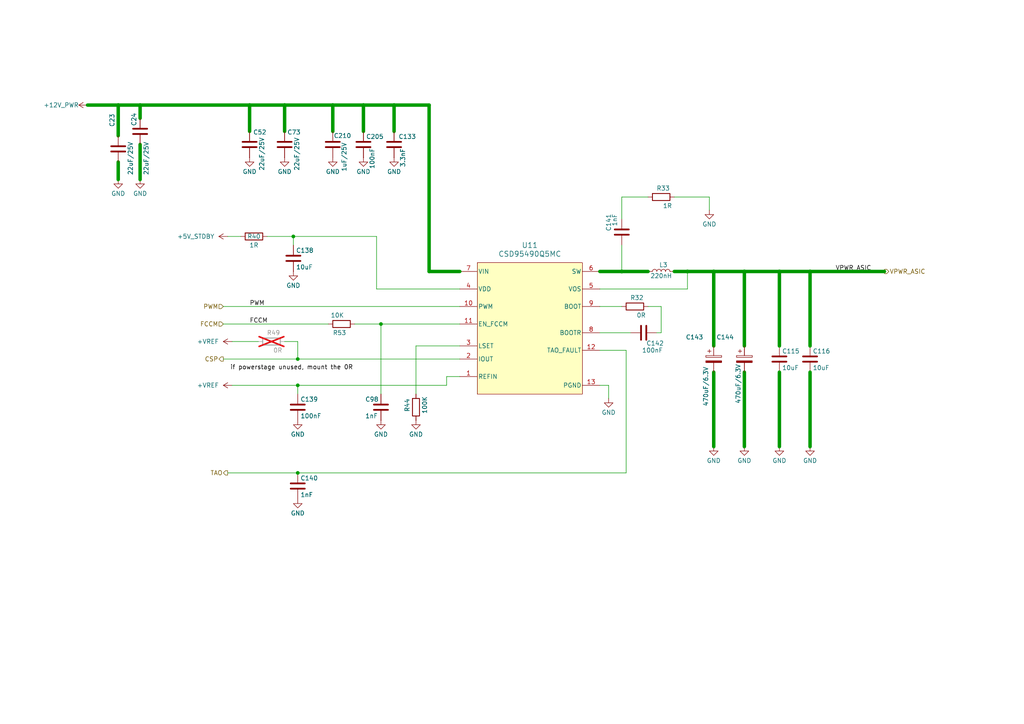
<source format=kicad_sch>
(kicad_sch (version 20231120) (generator "eeschema") (generator_version "8.0")
  (paper "A4")
  (lib_symbols
    (symbol "Device:C" (pin_numbers hide) (pin_names (offset 0.254))
      (property "Reference" "C" (at 0.635 2.54 0))
      (property "Value" "C" (at 0.635 -2.54 0))
      (symbol "C_0_1"
        (polyline (pts (xy -2.032 -0.762) (xy 2.032 -0.762)) (stroke (width 0.508)))
        (polyline (pts (xy -2.032 0.762) (xy 2.032 0.762)) (stroke (width 0.508)))
      )
      (symbol "C_1_1"
        (pin passive line (at 0 3.81 270) (length 2.794) (name "~") (number "1"))
        (pin passive line (at 0 -3.81 90) (length 2.794) (name "~") (number "2"))
      )
    )
    (symbol "Device:C_Polarized" (pin_numbers hide) (pin_names (offset 0.254))
      (property "Reference" "C" (at 0.635 2.54 0))
      (property "Value" "C_Polarized" (at 0.635 -2.54 0))
      (symbol "C_Polarized_0_1"
        (rectangle (start -2.286 0.508) (end 2.286 1.016))
        (polyline (pts (xy -1.778 2.286) (xy -0.762 2.286)))
        (polyline (pts (xy -1.27 2.794) (xy -1.27 1.778)))
        (rectangle (start 2.286 -0.508) (end -2.286 -1.016) (fill (type outline)))
      )
      (symbol "C_Polarized_1_1"
        (pin passive line (at 0 3.81 270) (length 2.794) (name "~") (number "1"))
        (pin passive line (at 0 -3.81 90) (length 2.794) (name "~") (number "2"))
      )
    )
    (symbol "Device:L" (pin_numbers hide) (pin_names (offset 1.016) hide)
      (property "Reference" "L" (at -1.27 0 90))
      (property "Value" "L" (at 1.905 0 90))
      (symbol "L_0_1"
        (arc (start 0 -2.54) (mid 0.6323 -1.905) (end 0 -1.27))
        (arc (start 0 -1.27) (mid 0.6323 -0.635) (end 0 0))
        (arc (start 0 0) (mid 0.6323 0.635) (end 0 1.27))
        (arc (start 0 1.27) (mid 0.6323 1.905) (end 0 2.54))
      )
      (symbol "L_1_1"
        (pin passive line (at 0 3.81 270) (length 1.27) (name "1") (number "1"))
        (pin passive line (at 0 -3.81 90) (length 1.27) (name "2") (number "2"))
      )
    )
    (symbol "Device:R" (pin_numbers hide) (pin_names (offset 0))
      (property "Reference" "R" (at 2.032 0 90))
      (property "Value" "R" (at 0 0 90))
      (symbol "R_0_1"
        (rectangle (start -1.016 -2.54) (end 1.016 2.54) (stroke (width 0.254)))
      )
      (symbol "R_1_1"
        (pin passive line (at 0 3.81 270) (length 1.27) (name "~") (number "1"))
        (pin passive line (at 0 -3.81 90) (length 1.27) (name "~") (number "2"))
      )
    )
    (symbol "EKO_Miner:CSD95490Q5MC" (pin_names (offset 0.254))
      (property "Reference" "U" (at -6.096 24.638 0))
      (property "Value" "CSD95490Q5MC" (at -6.096 22.098 0))
      (symbol "CSD95490Q5MC_0_1"
        (pin input line (at -20.32 -15.24 0) (length 5.08) (name "REFIN") (number "1"))
        (pin input line (at -20.32 5.08 0) (length 5.08) (name "PWM") (number "10"))
        (pin input line (at -20.32 0 0) (length 5.08) (name "EN_FCCM") (number "11"))
        (pin output line (at 20.32 -7.62 180) (length 5.08) (name "TAO_FAULT") (number "12"))
        (pin power_in line (at 20.32 -17.78 180) (length 5.08) (name "PGND") (number "13"))
        (pin output line (at -20.32 -10.16 0) (length 5.08) (name "IOUT") (number "2"))
        (pin input line (at -20.32 -6.35 0) (length 5.08) (name "LSET") (number "3"))
        (pin power_in line (at -20.32 10.16 0) (length 5.08) (name "VDD") (number "4"))
        (pin power_in line (at 20.32 10.16 180) (length 5.08) (name "VOS") (number "5"))
        (pin power_in line (at 20.32 15.24 180) (length 5.08) (name "SW") (number "6"))
        (pin power_in line (at -20.32 15.24 0) (length 5.08) (name "VIN") (number "7"))
        (pin unspecified line (at 20.32 -2.54 180) (length 5.08) (name "BOOTR") (number "8"))
        (pin unspecified line (at 20.32 5.08 180) (length 5.08) (name "BOOT") (number "9"))
      )
      (symbol "CSD95490Q5MC_1_1"
        (rectangle (start -15.24 17.78) (end 15.24 -20.32) (fill (type background)))
      )
    )
    (symbol "mylib7:+VRef" (power) (pin_names (offset 0))
      (property "Value" "+VRef" (at 0 3.556 0))
      (symbol "+VRef_0_1"
        (polyline (pts (xy -0.762 1.27) (xy 0 2.54)))
        (polyline (pts (xy 0 0) (xy 0 2.54)))
        (polyline (pts (xy 0 2.54) (xy 0.762 1.27)))
      )
      (symbol "+VRef_1_1"
        (pin power_in line (at 0 0 90) (length 0) hide (name "+VRef") (number "1"))
      )
    )
    (symbol "power:+3.3V" (power) (pin_names (offset 0))
      (property "Value" "+3.3V" (at 0 3.556 0))
      (symbol "+3.3V_0_1"
        (polyline (pts (xy -0.762 1.27) (xy 0 2.54)))
        (polyline (pts (xy 0 0) (xy 0 2.54)))
        (polyline (pts (xy 0 2.54) (xy 0.762 1.27)))
      )
      (symbol "+3.3V_1_1"
        (pin power_in line (at 0 0 90) (length 0) hide (name "+3.3V") (number "1"))
      )
    )
    (symbol "power:GND" (power) (pin_numbers hide) (pin_names (offset 0) hide)
      (property "Value" "GND" (at 0 -3.81 0))
      (symbol "GND_0_1"
        (polyline (pts (xy 0 0) (xy 0 -1.27) (xy 1.27 -1.27) (xy 0 -2.54) (xy -1.27 -1.27) (xy 0 -1.27)))
      )
      (symbol "GND_1_1"
        (pin power_in line (at 0 0 270) (length 0) (name "~") (number "1"))
      )
    )
  )
  (junction (at 72.39 30.48))
  (junction (at 226.06 78.74))
  (junction (at 105.41 30.48))
  (junction (at 96.52 30.48))
  (junction (at 110.49 93.98))
  (junction (at 86.36 137.16))
  (junction (at 86.36 111.76))
  (junction (at 86.36 104.14))
  (junction (at 34.29 30.48))
  (junction (at 40.64 30.48))
  (junction (at 234.95 78.74))
  (junction (at 199.39 78.74))
  (junction (at 114.3 30.48))
  (junction (at 85.09 68.58))
  (junction (at 215.9 78.74))
  (junction (at 180.34 78.74))
  (junction (at 207.01 78.74))
  (junction (at 82.55 30.48))
  (wire (pts (xy 34.29 30.48) (xy 34.29 39.37)) (stroke (width 1)))
  (wire (pts (xy 195.58 78.74) (xy 199.39 78.74)) (stroke (width 1)))
  (wire (pts (xy 72.39 38.1) (xy 72.39 30.48)) (stroke (width 1)))
  (wire (pts (xy 207.01 78.74) (xy 215.9 78.74)) (stroke (width 1)))
  (wire (pts (xy 85.09 68.58) (xy 85.09 71.12)))
  (wire (pts (xy 226.06 107.95) (xy 226.06 129.54)) (stroke (width 1)))
  (wire (pts (xy 114.3 30.48) (xy 124.46 30.48)) (stroke (width 1)))
  (wire (pts (xy 173.99 111.76) (xy 176.53 111.76)))
  (wire (pts (xy 66.04 137.16) (xy 86.36 137.16)))
  (wire (pts (xy 96.52 30.48) (xy 105.41 30.48)))
  (wire (pts (xy 129.54 109.22) (xy 133.35 109.22)))
  (wire (pts (xy 180.34 71.12) (xy 180.34 78.74)))
  (wire (pts (xy 64.77 104.14) (xy 86.36 104.14)))
  (wire (pts (xy 82.55 99.06) (xy 86.36 99.06)))
  (wire (pts (xy 114.3 38.1) (xy 114.3 30.48)) (stroke (width 1)))
  (wire (pts (xy 109.22 83.82) (xy 133.35 83.82)))
  (wire (pts (xy 191.77 88.9) (xy 191.77 96.52)))
  (wire (pts (xy 207.01 107.95) (xy 207.01 129.54)) (stroke (width 1)))
  (wire (pts (xy 226.06 78.74) (xy 234.95 78.74)) (stroke (width 1)))
  (wire (pts (xy 82.55 38.1) (xy 82.55 30.48)) (stroke (width 1)))
  (wire (pts (xy 109.22 68.58) (xy 109.22 83.82)))
  (wire (pts (xy 34.29 30.48) (xy 40.64 30.48)) (stroke (width 1)))
  (wire (pts (xy 67.31 99.06) (xy 74.93 99.06)))
  (wire (pts (xy 180.34 78.74) (xy 187.96 78.74)) (stroke (width 1)))
  (wire (pts (xy 66.04 68.58) (xy 69.85 68.58)))
  (wire (pts (xy 120.65 100.33) (xy 133.35 100.33)))
  (wire (pts (xy 190.5 96.52) (xy 191.77 96.52)))
  (wire (pts (xy 180.34 57.15) (xy 187.96 57.15)))
  (wire (pts (xy 40.64 30.48) (xy 40.64 34.29)) (stroke (width 1)))
  (wire (pts (xy 67.31 111.76) (xy 86.36 111.76)))
  (wire (pts (xy 181.61 101.6) (xy 181.61 137.16)))
  (wire (pts (xy 86.36 137.16) (xy 181.61 137.16)))
  (wire (pts (xy 102.87 93.98) (xy 110.49 93.98)))
  (wire (pts (xy 234.95 78.74) (xy 256.54 78.74)) (stroke (width 1)))
  (wire (pts (xy 205.74 57.15) (xy 205.74 60.96)))
  (wire (pts (xy 64.77 93.98) (xy 95.25 93.98)))
  (wire (pts (xy 77.47 68.58) (xy 85.09 68.58)))
  (wire (pts (xy 226.06 78.74) (xy 226.06 100.33)) (stroke (width 1)))
  (wire (pts (xy 86.36 99.06) (xy 86.36 104.14)))
  (wire (pts (xy 199.39 83.82) (xy 199.39 78.74)))
  (wire (pts (xy 110.49 93.98) (xy 133.35 93.98)))
  (wire (pts (xy 124.46 30.48) (xy 124.46 78.74)) (stroke (width 1)))
  (wire (pts (xy 40.64 30.48) (xy 72.39 30.48)) (stroke (width 1)))
  (wire (pts (xy 34.29 46.99) (xy 34.29 52.07)) (stroke (width 1)))
  (wire (pts (xy 82.55 30.48) (xy 96.52 30.48)) (stroke (width 1)))
  (wire (pts (xy 199.39 78.74) (xy 207.01 78.74)) (stroke (width 1)))
  (wire (pts (xy 72.39 30.48) (xy 82.55 30.48)) (stroke (width 1)))
  (wire (pts (xy 96.52 30.48) (xy 105.41 30.48)) (stroke (width 1)))
  (wire (pts (xy 173.99 96.52) (xy 182.88 96.52)))
  (wire (pts (xy 72.39 30.48) (xy 74.93 30.48)))
  (wire (pts (xy 110.49 93.98) (xy 110.49 114.3)))
  (wire (pts (xy 86.36 111.76) (xy 129.54 111.76)))
  (wire (pts (xy 234.95 78.74) (xy 234.95 100.33)) (stroke (width 1)))
  (wire (pts (xy 64.77 88.9) (xy 133.35 88.9)))
  (wire (pts (xy 195.58 57.15) (xy 205.74 57.15)))
  (wire (pts (xy 215.9 78.74) (xy 226.06 78.74)) (stroke (width 1)))
  (wire (pts (xy 234.95 107.95) (xy 234.95 129.54)) (stroke (width 1)))
  (wire (pts (xy 25.4 30.48) (xy 34.29 30.48)) (stroke (width 1)))
  (wire (pts (xy 173.99 101.6) (xy 181.61 101.6)))
  (wire (pts (xy 86.36 104.14) (xy 133.35 104.14)))
  (wire (pts (xy 105.41 30.48) (xy 114.3 30.48)) (stroke (width 1)))
  (wire (pts (xy 176.53 111.76) (xy 176.53 115.57)))
  (wire (pts (xy 105.41 38.1) (xy 105.41 30.48)) (stroke (width 1)))
  (wire (pts (xy 180.34 63.5) (xy 180.34 57.15)))
  (wire (pts (xy 124.46 78.74) (xy 133.35 78.74)) (stroke (width 1)))
  (wire (pts (xy 173.99 78.74) (xy 180.34 78.74)) (stroke (width 1)))
  (wire (pts (xy 173.99 88.9) (xy 180.34 88.9)))
  (wire (pts (xy 215.9 107.95) (xy 215.9 129.54)) (stroke (width 1)))
  (wire (pts (xy 86.36 111.76) (xy 86.36 114.3)))
  (wire (pts (xy 187.96 88.9) (xy 191.77 88.9)))
  (wire (pts (xy 173.99 83.82) (xy 199.39 83.82)))
  (wire (pts (xy 96.52 38.1) (xy 96.52 30.48)) (stroke (width 1)))
  (wire (pts (xy 120.65 114.3) (xy 120.65 100.33)))
  (wire (pts (xy 40.64 41.91) (xy 40.64 52.07)) (stroke (width 1)))
  (wire (pts (xy 129.54 111.76) (xy 129.54 109.22)))
  (wire (pts (xy 207.01 78.74) (xy 207.01 100.33)) (stroke (width 1)))
  (wire (pts (xy 85.09 68.58) (xy 109.22 68.58)))
  (wire (pts (xy 215.9 78.74) (xy 215.9 100.33)) (stroke (width 1)))
  (wire (pts (xy 85.09 30.48) (xy 82.55 30.48)))
  (text "if powerstage unused, mount the 0R" (at 84.582 106.68 0) (effects (font (size 1.27 1.27))))
  (label "PWM" (at 72.39 88.9 0))
  (label "FCCM" (at 72.39 93.98 0))
  (label "VPWR_ASIC" (at 252.73 78.74 180))
  (hierarchical_label "CSP" (shape output) (at 64.77 104.14 180))
  (hierarchical_label "VPWR_ASIC" (shape output) (at 256.54 78.74 0))
  (hierarchical_label "TAO" (shape output) (at 66.04 137.16 180))
  (hierarchical_label "FCCM" (shape input) (at 64.77 93.98 180))
  (hierarchical_label "PWM" (shape input) (at 64.77 88.9 180))
  (symbol (lib_id "power:GND") (at 215.9 129.54 0) (unit 1)
    (property "Reference" "#PWR0176" (effects (hide yes)))
    (property "Value" "GND" (at 215.9 133.604 0))
    (property "Description" "Power symbol creates a global label with name \"GND\" , ground" (effects (hide yes)))
    (instances (project "EKO_Miner_BM1366-13xx_16-01B" (path "" (reference "#PWR0176") (unit 1)) (path "" (reference "#PWR0193") (unit 1)) (path "" (reference "#PWR0142") (unit 1)) (path "" (reference "#PWR0210") (unit 1)) (path "" (reference "#PWR0159") (unit 1))))
  )
  (symbol (lib_id "power:GND") (at 82.55 45.72 0) (unit 1)
    (property "Reference" "#PWR0229" (effects (hide yes)))
    (property "Value" "GND" (at 82.55 49.784 0))
    (property "Description" "Power symbol creates a global label with name \"GND\" , ground" (effects (hide yes)))
    (instances (project "EKO_Miner_PowerBoard-53667" (path "" (reference "#PWR0229") (unit 1)) (path "" (reference "#PWR0230") (unit 1)) (path "" (reference "#PWR0227") (unit 1)) (path "" (reference "#PWR0231") (unit 1)) (path "" (reference "#PWR0228") (unit 1))))
  )
  (symbol (lib_id "power:GND") (at 34.29 52.07 0) (unit 1)
    (property "Reference" "#PWR0212" (effects (hide yes)))
    (property "Value" "GND" (at 34.29 56.134 0))
    (property "Description" "Power symbol creates a global label with name \"GND\" , ground" (effects (hide yes)))
    (instances (project "EKO_Miner_PowerBoard-53667" (path "" (reference "#PWR0212") (unit 1)) (path "" (reference "#PWR0213") (unit 1)) (path "" (reference "#PWR0203") (unit 1)) (path "" (reference "#PWR0214") (unit 1)) (path "" (reference "#PWR0211") (unit 1))))
  )
  (symbol (lib_id "Device:C") (at 72.39 41.91 0) (unit 1)
    (property "Reference" "C52" (at 73.406 38.354 0) (effects (justify left)))
    (property "Value" "22uF/25V" (at 75.946 49.53 90) (effects (justify left)))
    (property "Footprint" "Capacitor_SMD:C_1210_3225Metric" (effects (hide yes)))
    (property "DK" "GRM32ER61E226KE15L" (effects (hide yes)))
    (property "P/N MOUSER" "81-GRM32ER61E226KE15" (effects (hide yes)))
    (instances (project "EKO_Miner_PowerBoard-53667" (path "" (reference "C52") (unit 1)) (path "" (reference "C54") (unit 1)) (path "" (reference "C1") (unit 1)) (path "" (reference "C57") (unit 1)) (path "" (reference "C2") (unit 1))))
  )
  (symbol (lib_id "Device:R") (at 73.66 68.58 90) (mirror x) (unit 1)
    (property "Reference" "R40" (at 73.66 68.58 90))
    (property "Value" "1R" (at 73.66 71.12 90))
    (property "Footprint" "Resistor_SMD:R_0805_2012Metric" (effects (hide yes)))
    (property "Description" "Resistor" (effects (hide yes)))
    (property "P/N MOUSER" "791-WR08W1R00FTL" (effects (hide yes)))
    (instances (project "EKO_Miner_PowerBoard-53667" (path "" (reference "R40") (unit 1)) (path "" (reference "R41") (unit 1)) (path "" (reference "R38") (unit 1)) (path "" (reference "R42") (unit 1)) (path "" (reference "R39") (unit 1))))
  )
  (symbol (lib_id "power:GND") (at 72.39 45.72 0) (unit 1)
    (property "Reference" "#PWR0234" (effects (hide yes)))
    (property "Value" "GND" (at 72.39 49.784 0))
    (property "Description" "Power symbol creates a global label with name \"GND\" , ground" (effects (hide yes)))
    (instances (project "EKO_Miner_PowerBoard-53667" (path "" (reference "#PWR0234") (unit 1)) (path "" (reference "#PWR0235") (unit 1)) (path "" (reference "#PWR0232") (unit 1)) (path "" (reference "#PWR0236") (unit 1)) (path "" (reference "#PWR0233") (unit 1))))
  )
  (symbol (lib_id "power:GND") (at 40.64 52.07 0) (unit 1)
    (property "Reference" "#PWR0200" (effects (hide yes)))
    (property "Value" "GND" (at 40.64 56.134 0))
    (property "Description" "Power symbol creates a global label with name \"GND\" , ground" (effects (hide yes)))
    (instances (project "EKO_Miner_PowerBoard-53667" (path "" (reference "#PWR0200") (unit 1)) (path "" (reference "#PWR0201") (unit 1)) (path "" (reference "#PWR0198") (unit 1)) (path "" (reference "#PWR0202") (unit 1)) (path "" (reference "#PWR0199") (unit 1))))
  )
  (symbol (lib_id "Device:C") (at 82.55 41.91 0) (unit 1)
    (property "Reference" "C73" (at 83.312 38.354 0) (effects (justify left)))
    (property "Value" "22uF/25V" (at 86.106 49.53 90) (effects (justify left)))
    (property "Footprint" "Capacitor_SMD:C_1210_3225Metric" (effects (hide yes)))
    (property "DK" "GRM32ER61E226KE15L" (effects (hide yes)))
    (property "P/N MOUSER" "81-GRM32ER61E226KE15" (effects (hide yes)))
    (instances (project "EKO_Miner_PowerBoard-53667" (path "" (reference "C73") (unit 1)) (path "" (reference "C191") (unit 1)) (path "" (reference "C59") (unit 1)) (path "" (reference "C192") (unit 1)) (path "" (reference "C66") (unit 1))))
  )
  (symbol (lib_id "Device:R") (at 99.06 93.98 90) (unit 1)
    (property "Reference" "R53" (at 96.52 96.52 90) (effects (justify right)))
    (property "Value" "10K" (at 95.885 91.44 90) (effects (justify right)))
    (property "Footprint" "Resistor_SMD:R_0805_2012Metric" (effects (hide yes)))
    (property "Description" "Resistor" (effects (hide yes)))
    (property "Distributor" "D" (effects (hide yes)))
    (instances (project "EKO_Miner_PowerBoard-53667" (path "" (reference "R53") (unit 1)) (path "" (reference "R54") (unit 1)) (path "" (reference "R18") (unit 1)) (path "" (reference "R55") (unit 1)) (path "" (reference "R52") (unit 1))))
  )
  (symbol (lib_id "mylib7:+VRef") (at 67.31 111.76 90) (unit 1)
    (property "Reference" "#PWR0262" (effects (hide yes)))
    (property "Value" "+VREF" (at 63.5 111.7599 90) (effects (justify left)))
    (property "Description" "Power symbol creates a global label with name \"+3.3V\"" (effects (hide yes)))
    (instances (project "EKO_Miner_PowerBoard-53667" (path "" (reference "#PWR0262") (unit 1)) (path "" (reference "#PWR0263") (unit 1)) (path "" (reference "#PWR0260") (unit 1)) (path "" (reference "#PWR0264") (unit 1)) (path "" (reference "#PWR0261") (unit 1))))
  )
  (symbol (lib_id "Device:C_Polarized") (at 215.9 104.14 0) (unit 1)
    (property "Reference" "C144" (at 207.772 97.79 0) (effects (justify left)))
    (property "Value" "470uF/6.3V" (at 214.122 117.094 90) (effects (justify left)))
    (property "Footprint" "Capacitor_Tantalum_SMD:CP_EIA-7343-31_Kemet-D_Pad2.25x2.55mm_HandSolder" (effects (hide yes)))
    (property "DK" "718-1028-1-ND" (effects (hide yes)))
    (property "PARTNO" "293D337X9010E2TE3" (effects (hide yes)))
    (property "P/N MOUSER" "581-TAJD477M006R" (effects (hide yes)))
    (instances (project "EKO_Miner_BM1366-13xx_16-01B" (path "" (reference "C144") (unit 1)) (path "" (reference "C161") (unit 1)) (path "" (reference "C110") (unit 1)) (path "" (reference "C178") (unit 1)) (path "" (reference "C127") (unit 1))))
  )
  (symbol (lib_id "power:GND") (at 86.36 144.78 0) (unit 1)
    (property "Reference" "#PWR0172" (effects (hide yes)))
    (property "Value" "GND" (at 86.36 148.844 0))
    (property "Description" "Power symbol creates a global label with name \"GND\" , ground" (effects (hide yes)))
    (instances (project "EKO_Miner_BM1366-13xx_16-01B" (path "" (reference "#PWR0172") (unit 1)) (path "" (reference "#PWR0189") (unit 1)) (path "" (reference "#PWR0138") (unit 1)) (path "" (reference "#PWR0206") (unit 1)) (path "" (reference "#PWR0155") (unit 1))))
  )
  (symbol (lib_id "power:GND") (at 207.01 129.54 0) (unit 1)
    (property "Reference" "#PWR0175" (effects (hide yes)))
    (property "Value" "GND" (at 207.01 133.604 0))
    (property "Description" "Power symbol creates a global label with name \"GND\" , ground" (effects (hide yes)))
    (instances (project "EKO_Miner_BM1366-13xx_16-01B" (path "" (reference "#PWR0175") (unit 1)) (path "" (reference "#PWR0192") (unit 1)) (path "" (reference "#PWR0141") (unit 1)) (path "" (reference "#PWR0209") (unit 1)) (path "" (reference "#PWR0158") (unit 1))))
  )
  (symbol (lib_id "power:GND") (at 110.49 121.92 0) (unit 1)
    (property "Reference" "#PWR0160" (effects (hide yes)))
    (property "Value" "GND" (at 110.49 125.984 0))
    (property "Description" "Power symbol creates a global label with name \"GND\" , ground" (effects (hide yes)))
    (instances (project "EKO_Miner_PowerBoard-53667" (path "" (reference "#PWR0160") (unit 1)) (path "" (reference "#PWR0161") (unit 1)) (path "" (reference "#PWR0151") (unit 1)) (path "" (reference "#PWR0162") (unit 1)) (path "" (reference "#PWR0152") (unit 1))))
  )
  (symbol (lib_id "Device:C") (at 40.64 38.1 0) (unit 1)
    (property "Reference" "C24" (at 38.862 36.576 90) (effects (justify left)))
    (property "Value" "22uF/25V" (at 42.418 50.8 90) (effects (justify left)))
    (property "Footprint" "Capacitor_SMD:C_1210_3225Metric" (effects (hide yes)))
    (property "DK" "GRM32ER61E226KE15L" (effects (hide yes)))
    (property "P/N MOUSER" "81-GRM32ER61E226KE15" (effects (hide yes)))
    (instances (project "EKO_Miner_PowerBoard-53667" (path "" (reference "C24") (unit 1)) (path "" (reference "C29") (unit 1)) (path "" (reference "C26") (unit 1)) (path "" (reference "C35") (unit 1)) (path "" (reference "C15") (unit 1))))
  )
  (symbol (lib_id "power:GND") (at 85.09 78.74 0) (unit 1)
    (property "Reference" "#PWR0170" (effects (hide yes)))
    (property "Value" "GND" (at 85.09 82.804 0))
    (property "Description" "Power symbol creates a global label with name \"GND\" , ground" (effects (hide yes)))
    (instances (project "EKO_Miner_BM1366-13xx_16-01B" (path "" (reference "#PWR0170") (unit 1)) (path "" (reference "#PWR0187") (unit 1)) (path "" (reference "#PWR0136") (unit 1)) (path "" (reference "#PWR0204") (unit 1)) (path "" (reference "#PWR0153") (unit 1))))
  )
  (symbol (lib_id "Device:C") (at 86.36 140.97 0) (unit 1)
    (property "Reference" "C140" (at 87.122 138.684 0) (effects (justify left)))
    (property "Value" "1nF" (at 87.122 143.51 0) (effects (justify left)))
    (property "Footprint" "Capacitor_SMD:C_0805_2012Metric" (effects (hide yes)))
    (instances (project "EKO_Miner_BM1366-13xx_16-01B" (path "" (reference "C140") (unit 1)) (path "" (reference "C157") (unit 1)) (path "" (reference "C106") (unit 1)) (path "" (reference "C174") (unit 1)) (path "" (reference "C123") (unit 1))))
  )
  (symbol (lib_id "Device:C") (at 186.69 96.52 270) (unit 1)
    (property "Reference" "C142" (at 187.452 99.568 90) (effects (justify left)))
    (property "Value" "100nF" (at 186.182 101.6 90) (effects (justify left)))
    (property "Footprint" "Capacitor_SMD:C_0805_2012Metric" (effects (hide yes)))
    (property "P/N MOUSER" "791-SH21B104K101CT" (effects (hide yes)))
    (instances (project "EKO_Miner_BM1366-13xx_16-01B" (path "" (reference "C142") (unit 1)) (path "" (reference "C159") (unit 1)) (path "" (reference "C108") (unit 1)) (path "" (reference "C176") (unit 1)) (path "" (reference "C125") (unit 1))))
  )
  (symbol (lib_id "Device:R") (at 191.77 57.15 270) (unit 1)
    (property "Reference" "R33" (at 194.31 54.61 90) (effects (justify right)))
    (property "Value" "1R" (at 194.945 59.69 90) (effects (justify right)))
    (property "Footprint" "Resistor_SMD:R_0805_2012Metric" (effects (hide yes)))
    (property "Description" "Resistor" (effects (hide yes)))
    (property "Distributor" "D" (effects (hide yes)))
    (instances (project "EKO_Miner_PowerBoard-53667" (path "" (reference "R33") (unit 1)) (path "" (reference "R35") (unit 1)) (path "" (reference "R29") (unit 1)) (path "" (reference "R37") (unit 1)) (path "" (reference "R31") (unit 1))))
  )
  (symbol (lib_id "Device:R") (at 184.15 88.9 270) (unit 1)
    (property "Reference" "R32" (at 186.69 86.36 90) (effects (justify right)))
    (property "Value" "0R" (at 187.325 91.44 90) (effects (justify right)))
    (property "Footprint" "Resistor_SMD:R_0805_2012Metric" (effects (hide yes)))
    (property "Description" "Resistor" (effects (hide yes)))
    (property "Distributor" "D" (effects (hide yes)))
    (instances (project "EKO_Miner_PowerBoard-53667" (path "" (reference "R32") (unit 1)) (path "" (reference "R34") (unit 1)) (path "" (reference "R28") (unit 1)) (path "" (reference "R36") (unit 1)) (path "" (reference "R30") (unit 1))))
  )
  (symbol (lib_id "power:+3.3V") (at 25.4 30.48 90) (unit 1)
    (property "Reference" "#PWR0250" (effects (hide yes)))
    (property "Value" "+12V_PWR" (at 22.86 30.48 90) (effects (justify left)))
    (instances (project "EKO_Miner_PowerBoard-53667" (path "" (reference "#PWR0250") (unit 1)) (path "" (reference "#PWR0251") (unit 1)) (path "" (reference "#PWR0248") (unit 1)) (path "" (reference "#PWR0252") (unit 1)) (path "" (reference "#PWR0249") (unit 1))))
  )
  (symbol (lib_id "power:GND") (at 205.74 60.96 0) (unit 1)
    (property "Reference" "#PWR0174" (effects (hide yes)))
    (property "Value" "GND" (at 205.74 65.024 0))
    (property "Description" "Power symbol creates a global label with name \"GND\" , ground" (effects (hide yes)))
    (instances (project "EKO_Miner_PowerBoard-53667" (path "" (reference "#PWR0174") (unit 1)) (path "" (reference "#PWR0191") (unit 1)) (path "" (reference "#PWR0140") (unit 1)) (path "" (reference "#PWR0208") (unit 1)) (path "" (reference "#PWR0157") (unit 1))))
  )
  (symbol (lib_id "power:+3.3V") (at 66.04 68.58 90) (unit 1)
    (property "Reference" "#PWR0257" (effects (hide yes)))
    (property "Value" "+5V_STDBY" (at 62.23 68.5799 90) (effects (justify left)))
    (instances (project "EKO_Miner_PowerBoard-53667" (path "" (reference "#PWR0257") (unit 1)) (path "" (reference "#PWR0258") (unit 1)) (path "" (reference "#PWR0255") (unit 1)) (path "" (reference "#PWR0259") (unit 1)) (path "" (reference "#PWR0256") (unit 1))))
  )
  (symbol (lib_id "Device:C") (at 105.41 41.91 0) (unit 1)
    (property "Reference" "C205" (at 106.172 39.624 0) (effects (justify left)))
    (property "Value" "100nF" (at 107.95 49.022 90) (effects (justify left)))
    (property "Footprint" "Capacitor_SMD:C_0805_2012Metric" (effects (hide yes)))
    (property "P/N MOUSER" "791-SH21B104K101CT" (effects (hide yes)))
    (instances (project "EKO_Miner_PowerBoard-53667" (path "" (reference "C205") (unit 1)) (path "" (reference "C206") (unit 1)) (path "" (reference "C203") (unit 1)) (path "" (reference "C207") (unit 1)) (path "" (reference "C204") (unit 1))))
  )
  (symbol (lib_id "Device:C_Polarized") (at 207.01 104.14 0) (unit 1)
    (property "Reference" "C143" (at 198.882 97.79 0) (effects (justify left)))
    (property "Value" "470uF/6.3V" (at 204.724 117.856 90) (effects (justify left)))
    (property "Footprint" "Capacitor_Tantalum_SMD:CP_EIA-7343-31_Kemet-D_Pad2.25x2.55mm_HandSolder" (effects (hide yes)))
    (property "DK" "718-1028-1-ND" (effects (hide yes)))
    (property "PARTNO" "293D337X9010E2TE3" (effects (hide yes)))
    (property "P/N MOUSER" "581-TAJD477M006R" (effects (hide yes)))
    (instances (project "EKO_Miner_BM1366-13xx_16-01B" (path "" (reference "C143") (unit 1)) (path "" (reference "C160") (unit 1)) (path "" (reference "C109") (unit 1)) (path "" (reference "C177") (unit 1)) (path "" (reference "C126") (unit 1))))
  )
  (symbol (lib_id "Device:C") (at 85.09 74.93 0) (unit 1)
    (property "Reference" "C138" (at 85.852 72.644 0) (effects (justify left)))
    (property "Value" "10uF" (at 85.852 77.47 0) (effects (justify left)))
    (property "Footprint" "Capacitor_SMD:C_0805_2012Metric" (effects (hide yes)))
    (instances (project "EKO_Miner_BM1366-13xx_16-01B" (path "" (reference "C138") (unit 1)) (path "" (reference "C155") (unit 1)) (path "" (reference "C104") (unit 1)) (path "" (reference "C172") (unit 1)) (path "" (reference "C121") (unit 1))))
  )
  (symbol (lib_id "Device:C") (at 180.34 67.31 0) (mirror x) (unit 1)
    (property "Reference" "C141" (at 176.53 61.976 90) (effects (justify left)))
    (property "Value" "1nF" (at 178.308 61.976 90) (effects (justify left)))
    (property "Footprint" "Capacitor_SMD:C_0805_2012Metric" (effects (hide yes)))
    (instances (project "EKO_Miner_PowerBoard-53667" (path "" (reference "C141") (unit 1)) (path "" (reference "C158") (unit 1)) (path "" (reference "C107") (unit 1)) (path "" (reference "C175") (unit 1)) (path "" (reference "C124") (unit 1))))
  )
  (symbol (lib_id "Device:C") (at 226.06 104.14 0) (unit 1)
    (property "Reference" "C115" (at 226.822 101.854 0) (effects (justify left)))
    (property "Value" "10uF" (at 226.822 106.68 0) (effects (justify left)))
    (property "Footprint" "Capacitor_SMD:C_0805_2012Metric" (effects (hide yes)))
    (instances (project "EKO_Miner_PowerBoard-53667" (path "" (reference "C115") (unit 1)) (path "" (reference "C117") (unit 1)) (path "" (reference "C111") (unit 1)) (path "" (reference "C119") (unit 1)) (path "" (reference "C113") (unit 1))))
  )
  (symbol (lib_id "Device:C") (at 86.36 118.11 0) (unit 1)
    (property "Reference" "C139" (at 87.122 115.824 0) (effects (justify left)))
    (property "Value" "100nF" (at 87.122 120.65 0) (effects (justify left)))
    (property "Footprint" "Capacitor_SMD:C_0805_2012Metric" (effects (hide yes)))
    (property "P/N MOUSER" "791-SH21B104K101CT" (effects (hide yes)))
    (instances (project "EKO_Miner_BM1366-13xx_16-01B" (path "" (reference "C139") (unit 1)) (path "" (reference "C156") (unit 1)) (path "" (reference "C105") (unit 1)) (path "" (reference "C173") (unit 1)) (path "" (reference "C122") (unit 1))))
  )
  (symbol (lib_id "power:GND") (at 86.36 121.92 0) (unit 1)
    (property "Reference" "#PWR0171" (effects (hide yes)))
    (property "Value" "GND" (at 86.36 125.984 0))
    (property "Description" "Power symbol creates a global label with name \"GND\" , ground" (effects (hide yes)))
    (instances (project "EKO_Miner_BM1366-13xx_16-01B" (path "" (reference "#PWR0171") (unit 1)) (path "" (reference "#PWR0188") (unit 1)) (path "" (reference "#PWR0137") (unit 1)) (path "" (reference "#PWR0205") (unit 1)) (path "" (reference "#PWR0154") (unit 1))))
  )
  (symbol (lib_id "Device:C") (at 96.52 41.91 0) (unit 1)
    (property "Reference" "C210" (at 96.774 39.37 0) (effects (justify left)))
    (property "Value" "1uF/25V" (at 99.822 49.784 90) (effects (justify left)))
    (property "Footprint" "Capacitor_SMD:C_0805_2012Metric" (effects (hide yes)))
    (property "Description" "MLCC - CMS 25V 1uF X5R 0805 10 %" (effects (hide yes)))
    (property "PARTNO" "963-TMK212BJ105KG-T" (effects (hide yes)))
    (instances (project "EKO_Miner_PowerBoard-53667" (path "" (reference "C210") (unit 1)) (path "" (reference "C211") (unit 1)) (path "" (reference "C208") (unit 1)) (path "" (reference "C212") (unit 1)) (path "" (reference "C209") (unit 1))))
  )
  (symbol (lib_id "Device:R") (at 120.65 118.11 0) (unit 1)
    (property "Reference" "R44" (at 118.11 115.57 90) (effects (justify right)))
    (property "Value" "100K" (at 123.19 114.935 90) (effects (justify right)))
    (property "Footprint" "Resistor_SMD:R_0805_2012Metric" (effects (hide yes)))
    (property "Description" "Resistor" (effects (hide yes)))
    (property "Distributor" "D" (effects (hide yes)))
    (instances (project "EKO_Miner_PowerBoard-53667" (path "" (reference "R44") (unit 1)) (path "" (reference "R45") (unit 1)) (path "" (reference "R13") (unit 1)) (path "" (reference "R46") (unit 1)) (path "" (reference "R43") (unit 1))))
  )
  (symbol (lib_id "Device:C") (at 110.49 118.11 0) (mirror x) (unit 1)
    (property "Reference" "C98" (at 105.918 115.824 0) (effects (justify left)))
    (property "Value" "1nF" (at 105.918 120.65 0) (effects (justify left)))
    (property "Footprint" "Capacitor_SMD:C_0805_2012Metric" (effects (hide yes)))
    (instances (project "EKO_Miner_PowerBoard-53667" (path "" (reference "C98") (unit 1)) (path "" (reference "C100") (unit 1)) (path "" (reference "C95") (unit 1)) (path "" (reference "C102") (unit 1)) (path "" (reference "C97") (unit 1))))
  )
  (symbol (lib_id "Device:C") (at 234.95 104.14 0) (unit 1)
    (property "Reference" "C116" (at 235.712 101.854 0) (effects (justify left)))
    (property "Value" "10uF" (at 235.712 106.68 0) (effects (justify left)))
    (property "Footprint" "Capacitor_SMD:C_0805_2012Metric" (effects (hide yes)))
    (instances (project "EKO_Miner_PowerBoard-53667" (path "" (reference "C116") (unit 1)) (path "" (reference "C118") (unit 1)) (path "" (reference "C112") (unit 1)) (path "" (reference "C120") (unit 1)) (path "" (reference "C114") (unit 1))))
  )
  (symbol (lib_id "power:GND") (at 226.06 129.54 0) (unit 1)
    (property "Reference" "#PWR0179" (effects (hide yes)))
    (property "Value" "GND" (at 226.06 133.604 0))
    (property "Description" "Power symbol creates a global label with name \"GND\" , ground" (effects (hide yes)))
    (instances (project "EKO_Miner_PowerBoard-53667" (path "" (reference "#PWR0179") (unit 1)) (path "" (reference "#PWR0181") (unit 1)) (path "" (reference "#PWR0168") (unit 1)) (path "" (reference "#PWR0183") (unit 1)) (path "" (reference "#PWR0177") (unit 1))))
  )
  (symbol (lib_id "mylib7:+VRef") (at 67.31 99.06 90) (unit 1)
    (property "Reference" "#PWR0165" (effects (hide yes)))
    (property "Value" "+VREF" (at 63.5 99.0599 90) (effects (justify left)))
    (property "Description" "Power symbol creates a global label with name \"+3.3V\"" (effects (hide yes)))
    (instances (project "EKO_Miner_PowerBoard-53667" (path "" (reference "#PWR0165") (unit 1)) (path "" (reference "#PWR0166") (unit 1)) (path "" (reference "#PWR0163") (unit 1)) (path "" (reference "#PWR0167") (unit 1)) (path "" (reference "#PWR0164") (unit 1))))
  )
  (symbol (lib_id "power:GND") (at 176.53 115.57 0) (unit 1)
    (property "Reference" "#PWR0173" (effects (hide yes)))
    (property "Value" "GND" (at 176.53 119.634 0))
    (property "Description" "Power symbol creates a global label with name \"GND\" , ground" (effects (hide yes)))
    (instances (project "EKO_Miner_BM1366-13xx_16-01B" (path "" (reference "#PWR0173") (unit 1)) (path "" (reference "#PWR0190") (unit 1)) (path "" (reference "#PWR0139") (unit 1)) (path "" (reference "#PWR0207") (unit 1)) (path "" (reference "#PWR0156") (unit 1))))
  )
  (symbol (lib_id "EKO_Miner:CSD95490Q5MC") (at 153.67 93.98 0) (unit 1)
    (property "Reference" "U11" (at 153.67 71.12 0) (effects (font (size 1.524 1.524))))
    (property "Value" "CSD95490Q5MC" (at 153.67 73.66 0) (effects (font (size 1.524 1.524))))
    (property "Footprint" "EKO_Miner_ASIClib:CSD95490Q5MC" (effects (hide yes)))
    (property "Datasheet" "CSD95490Q5MC" (effects (hide yes)))
    (instances (project "" (path "" (reference "U11") (unit 1)) (path "" (reference "U12") (unit 1)) (path "" (reference "U9") (unit 1)) (path "" (reference "U13") (unit 1)) (path "" (reference "U10") (unit 1))))
  )
  (symbol (lib_id "Device:C") (at 114.3 41.91 0) (unit 1)
    (property "Reference" "C133" (at 115.57 39.624 0) (effects (justify left)))
    (property "Value" "3.3nF" (at 116.84 48.514 90) (effects (justify left)))
    (property "Footprint" "Capacitor_SMD:C_0805_2012Metric" (effects (hide yes)))
    (property "Description" "MLCC - CMS 100V 3300pF 10% - 55 C + 125 C" (effects (hide yes)))
    (instances (project "EKO_Miner_PowerBoard-53667" (path "" (reference "C133") (unit 1)) (path "" (reference "C134") (unit 1)) (path "" (reference "C42") (unit 1)) (path "" (reference "C135") (unit 1)) (path "" (reference "C132") (unit 1))))
  )
  (symbol (lib_id "power:GND") (at 105.41 45.72 0) (unit 1)
    (property "Reference" "#PWR0239" (effects (hide yes)))
    (property "Value" "GND" (at 105.41 49.784 0))
    (property "Description" "Power symbol creates a global label with name \"GND\" , ground" (effects (hide yes)))
    (instances (project "EKO_Miner_PowerBoard-53667" (path "" (reference "#PWR0239") (unit 1)) (path "" (reference "#PWR0240") (unit 1)) (path "" (reference "#PWR0237") (unit 1)) (path "" (reference "#PWR0241") (unit 1)) (path "" (reference "#PWR0238") (unit 1))))
  )
  (symbol (lib_id "Device:L") (at 191.77 78.74 90) (unit 1)
    (property "Reference" "L3" (at 192.405 76.835 90))
    (property "Value" "220nH" (at 191.77 80.01 90))
    (property "Footprint" "EKO_Miner_ASIClib:INDM1031X765N" (effects (hide yes)))
    (property "Height" "5.1mm" (effects (hide yes)))
    (instances (project "EKO_Miner_PowerBoard-53667" (path "" (reference "L3") (unit 1)) (path "" (reference "L4") (unit 1)) (path "" (reference "L1") (unit 1)) (path "" (reference "L5") (unit 1)) (path "" (reference "L2") (unit 1))))
  )
  (symbol (lib_id "Device:R") (at 78.74 99.06 270) (unit 1) (dnp yes)
    (property "Reference" "R49" (at 81.28 96.52 90) (effects (justify right)))
    (property "Value" "0R" (at 81.915 101.6 90) (effects (justify right)))
    (property "Footprint" "Resistor_SMD:R_0805_2012Metric" (effects (hide yes)))
    (property "Description" "Resistor" (effects (hide yes)))
    (property "Distributor" "D" (effects (hide yes)))
    (instances (project "EKO_Miner_PowerBoard-53667" (path "" (reference "R49") (unit 1)) (path "" (reference "R50") (unit 1)) (path "" (reference "R47") (unit 1)) (path "" (reference "R51") (unit 1)) (path "" (reference "R48") (unit 1))))
  )
  (symbol (lib_id "Device:C") (at 34.29 43.18 0) (unit 1)
    (property "Reference" "C23" (at 32.512 36.83 90) (effects (justify left)))
    (property "Value" "22uF/25V" (at 37.846 50.8 90) (effects (justify left)))
    (property "Footprint" "Capacitor_SMD:C_1210_3225Metric" (effects (hide yes)))
    (property "DK" "GRM32ER61E226KE15L" (effects (hide yes)))
    (property "P/N MOUSER" "81-GRM32ER61E226KE15" (effects (hide yes)))
    (instances (project "EKO_Miner_PowerBoard-53667" (path "" (reference "C23") (unit 1)) (path "" (reference "C28") (unit 1)) (path "" (reference "C25") (unit 1)) (path "" (reference "C34") (unit 1)) (path "" (reference "C80") (unit 1))))
  )
  (symbol (lib_id "power:GND") (at 120.65 121.92 0) (unit 1)
    (property "Reference" "#PWR0148" (effects (hide yes)))
    (property "Value" "GND" (at 120.65 125.984 0))
    (property "Description" "Power symbol creates a global label with name \"GND\" , ground" (effects (hide yes)))
    (instances (project "EKO_Miner_PowerBoard-53667" (path "" (reference "#PWR0148") (unit 1)) (path "" (reference "#PWR0149") (unit 1)) (path "" (reference "#PWR0146") (unit 1)) (path "" (reference "#PWR0150") (unit 1)) (path "" (reference "#PWR0147") (unit 1))))
  )
  (symbol (lib_id "power:GND") (at 114.3 45.72 0) (unit 1)
    (property "Reference" "#PWR0194" (effects (hide yes)))
    (property "Value" "GND" (at 114.3 49.784 0))
    (property "Description" "Power symbol creates a global label with name \"GND\" , ground" (effects (hide yes)))
    (instances (project "EKO_Miner_PowerBoard-53667" (path "" (reference "#PWR0194") (unit 1)) (path "" (reference "#PWR0195") (unit 1)) (path "" (reference "#PWR0185") (unit 1)) (path "" (reference "#PWR0196") (unit 1)) (path "" (reference "#PWR0186") (unit 1))))
  )
  (symbol (lib_id "power:GND") (at 234.95 129.54 0) (unit 1)
    (property "Reference" "#PWR0180" (effects (hide yes)))
    (property "Value" "GND" (at 234.95 133.604 0))
    (property "Description" "Power symbol creates a global label with name \"GND\" , ground" (effects (hide yes)))
    (instances (project "EKO_Miner_PowerBoard-53667" (path "" (reference "#PWR0180") (unit 1)) (path "" (reference "#PWR0182") (unit 1)) (path "" (reference "#PWR0169") (unit 1)) (path "" (reference "#PWR0184") (unit 1)) (path "" (reference "#PWR0178") (unit 1))))
  )
  (symbol (lib_id "power:GND") (at 96.52 45.72 0) (unit 1)
    (property "Reference" "#PWR0244" (effects (hide yes)))
    (property "Value" "GND" (at 96.52 49.784 0))
    (property "Description" "Power symbol creates a global label with name \"GND\" , ground" (effects (hide yes)))
    (instances (project "EKO_Miner_PowerBoard-53667" (path "" (reference "#PWR0244") (unit 1)) (path "" (reference "#PWR0245") (unit 1)) (path "" (reference "#PWR0242") (unit 1)) (path "" (reference "#PWR0246") (unit 1)) (path "" (reference "#PWR0243") (unit 1))))
  )
)
</source>
